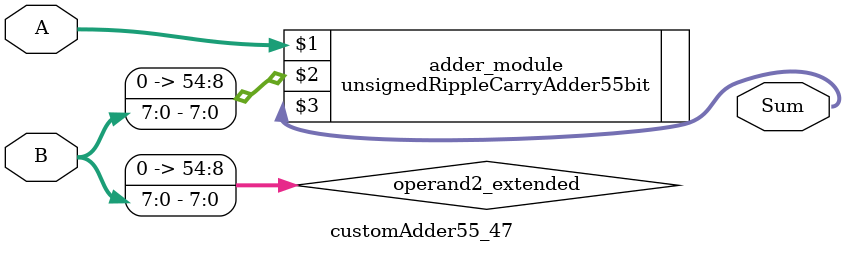
<source format=v>
module customAdder55_47(
                        input [54 : 0] A,
                        input [7 : 0] B,
                        
                        output [55 : 0] Sum
                );

        wire [54 : 0] operand2_extended;
        
        assign operand2_extended =  {47'b0, B};
        
        unsignedRippleCarryAdder55bit adder_module(
            A,
            operand2_extended,
            Sum
        );
        
        endmodule
        
</source>
